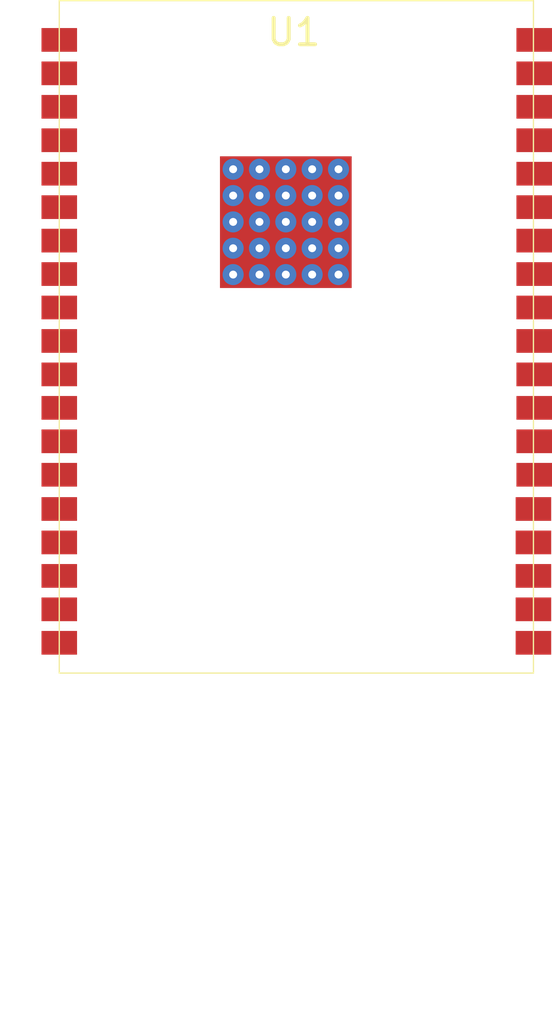
<source format=kicad_pcb>
(kicad_pcb (version 4) (host pcbnew 4.0.7-e2-6376~60~ubuntu17.10.1)

  (general
    (links 27)
    (no_connects 2)
    (area 0 0 0 0)
    (thickness 1.6)
    (drawings 0)
    (tracks 0)
    (zones 0)
    (modules 1)
    (nets 38)
  )

  (page A4)
  (layers
    (0 F.Cu signal)
    (31 B.Cu signal)
    (32 B.Adhes user)
    (33 F.Adhes user)
    (34 B.Paste user)
    (35 F.Paste user)
    (36 B.SilkS user)
    (37 F.SilkS user)
    (38 B.Mask user)
    (39 F.Mask user)
    (40 Dwgs.User user)
    (41 Cmts.User user)
    (42 Eco1.User user)
    (43 Eco2.User user)
    (44 Edge.Cuts user)
    (45 Margin user)
    (46 B.CrtYd user)
    (47 F.CrtYd user)
    (48 B.Fab user)
    (49 F.Fab user)
  )

  (setup
    (last_trace_width 0.25)
    (trace_clearance 0.2)
    (zone_clearance 0.508)
    (zone_45_only no)
    (trace_min 0.2)
    (segment_width 0.2)
    (edge_width 0.1)
    (via_size 0.6)
    (via_drill 0.4)
    (via_min_size 0.4)
    (via_min_drill 0.3)
    (uvia_size 0.3)
    (uvia_drill 0.1)
    (uvias_allowed no)
    (uvia_min_size 0.2)
    (uvia_min_drill 0.1)
    (pcb_text_width 0.3)
    (pcb_text_size 1.5 1.5)
    (mod_edge_width 0.15)
    (mod_text_size 1 1)
    (mod_text_width 0.15)
    (pad_size 1.5 1.5)
    (pad_drill 0.6)
    (pad_to_mask_clearance 0)
    (aux_axis_origin 0 0)
    (visible_elements FFFFFF7F)
    (pcbplotparams
      (layerselection 0x00030_80000001)
      (usegerberextensions false)
      (excludeedgelayer true)
      (linewidth 0.100000)
      (plotframeref false)
      (viasonmask false)
      (mode 1)
      (useauxorigin false)
      (hpglpennumber 1)
      (hpglpenspeed 20)
      (hpglpendiameter 15)
      (hpglpenoverlay 2)
      (psnegative false)
      (psa4output false)
      (plotreference true)
      (plotvalue true)
      (plotinvisibletext false)
      (padsonsilk false)
      (subtractmaskfromsilk false)
      (outputformat 1)
      (mirror false)
      (drillshape 1)
      (scaleselection 1)
      (outputdirectory ""))
  )

  (net 0 "")
  (net 1 "Net-(U1-Pad1)")
  (net 2 "Net-(U1-Pad37)")
  (net 3 "Net-(U1-Pad36)")
  (net 4 "Net-(U1-Pad35)")
  (net 5 "Net-(U1-Pad34)")
  (net 6 "Net-(U1-Pad33)")
  (net 7 "Net-(U1-Pad32)")
  (net 8 "Net-(U1-Pad31)")
  (net 9 "Net-(U1-Pad30)")
  (net 10 "Net-(U1-Pad29)")
  (net 11 "Net-(U1-Pad28)")
  (net 12 "Net-(U1-Pad27)")
  (net 13 "Net-(U1-Pad26)")
  (net 14 "Net-(U1-Pad25)")
  (net 15 "Net-(U1-Pad24)")
  (net 16 "Net-(U1-Pad23)")
  (net 17 "Net-(U1-Pad22)")
  (net 18 "Net-(U1-Pad21)")
  (net 19 "Net-(U1-Pad20)")
  (net 20 "Net-(U1-Pad19)")
  (net 21 "Net-(U1-Pad18)")
  (net 22 "Net-(U1-Pad17)")
  (net 23 "Net-(U1-Pad16)")
  (net 24 GND)
  (net 25 "Net-(U1-Pad14)")
  (net 26 "Net-(U1-Pad13)")
  (net 27 "Net-(U1-Pad12)")
  (net 28 "Net-(U1-Pad11)")
  (net 29 "Net-(U1-Pad10)")
  (net 30 "Net-(U1-Pad9)")
  (net 31 "Net-(U1-Pad8)")
  (net 32 "Net-(U1-Pad7)")
  (net 33 "Net-(U1-Pad6)")
  (net 34 "Net-(U1-Pad5)")
  (net 35 "Net-(U1-Pad4)")
  (net 36 "Net-(U1-Pad3)")
  (net 37 "Net-(U1-Pad2)")

  (net_class Default "This is the default net class."
    (clearance 0.2)
    (trace_width 0.25)
    (via_dia 0.6)
    (via_drill 0.4)
    (uvia_dia 0.3)
    (uvia_drill 0.1)
    (add_net GND)
    (add_net "Net-(U1-Pad1)")
    (add_net "Net-(U1-Pad10)")
    (add_net "Net-(U1-Pad11)")
    (add_net "Net-(U1-Pad12)")
    (add_net "Net-(U1-Pad13)")
    (add_net "Net-(U1-Pad14)")
    (add_net "Net-(U1-Pad16)")
    (add_net "Net-(U1-Pad17)")
    (add_net "Net-(U1-Pad18)")
    (add_net "Net-(U1-Pad19)")
    (add_net "Net-(U1-Pad2)")
    (add_net "Net-(U1-Pad20)")
    (add_net "Net-(U1-Pad21)")
    (add_net "Net-(U1-Pad22)")
    (add_net "Net-(U1-Pad23)")
    (add_net "Net-(U1-Pad24)")
    (add_net "Net-(U1-Pad25)")
    (add_net "Net-(U1-Pad26)")
    (add_net "Net-(U1-Pad27)")
    (add_net "Net-(U1-Pad28)")
    (add_net "Net-(U1-Pad29)")
    (add_net "Net-(U1-Pad3)")
    (add_net "Net-(U1-Pad30)")
    (add_net "Net-(U1-Pad31)")
    (add_net "Net-(U1-Pad32)")
    (add_net "Net-(U1-Pad33)")
    (add_net "Net-(U1-Pad34)")
    (add_net "Net-(U1-Pad35)")
    (add_net "Net-(U1-Pad36)")
    (add_net "Net-(U1-Pad37)")
    (add_net "Net-(U1-Pad4)")
    (add_net "Net-(U1-Pad5)")
    (add_net "Net-(U1-Pad6)")
    (add_net "Net-(U1-Pad7)")
    (add_net "Net-(U1-Pad8)")
    (add_net "Net-(U1-Pad9)")
  )

  (module esp_wrover:ESP32-WROVER-short (layer F.Cu) (tedit 5A4F5D4C) (tstamp 5B2ADC40)
    (at 126.365 106.68)
    (path /5A4F47A3)
    (attr smd)
    (fp_text reference U1 (at 10.9 -37.38) (layer F.SilkS)
      (effects (font (size 1 1) (thickness 0.15)))
    )
    (fp_text value ESP32-WROVER (at 11.1 -35.08) (layer F.Fab) hide
      (effects (font (size 1 1) (thickness 0.15)))
    )
    (fp_line (start 2 -13.05) (end 2 -38.58) (layer F.SilkS) (width 0.05))
    (fp_line (start 2 -38.58) (end 20 -38.58) (layer F.SilkS) (width 0.05))
    (fp_line (start 20 -38.58) (end 20 -13.05) (layer F.SilkS) (width 0.05))
    (fp_line (start 20 -13.05) (end 2 -13.05) (layer F.SilkS) (width 0.05))
    (pad 39 thru_hole circle (at 12.6 -32.18) (size 0.8 0.8) (drill 0.3) (layers *.Cu *.Mask)
      (net 1 "Net-(U1-Pad1)"))
    (pad 39 thru_hole circle (at 12.6 -31.18) (size 0.8 0.8) (drill 0.3) (layers *.Cu *.Mask)
      (net 1 "Net-(U1-Pad1)"))
    (pad 39 thru_hole circle (at 12.6 -30.18) (size 0.8 0.8) (drill 0.3) (layers *.Cu *.Mask)
      (net 1 "Net-(U1-Pad1)"))
    (pad 39 thru_hole circle (at 12.6 -29.18) (size 0.8 0.8) (drill 0.3) (layers *.Cu *.Mask)
      (net 1 "Net-(U1-Pad1)"))
    (pad 39 thru_hole circle (at 12.6 -28.18) (size 0.8 0.8) (drill 0.3) (layers *.Cu *.Mask)
      (net 1 "Net-(U1-Pad1)"))
    (pad 39 thru_hole circle (at 10.6 -32.18) (size 0.8 0.8) (drill 0.3) (layers *.Cu *.Mask)
      (net 1 "Net-(U1-Pad1)"))
    (pad 39 thru_hole circle (at 10.6 -31.18) (size 0.8 0.8) (drill 0.3) (layers *.Cu *.Mask)
      (net 1 "Net-(U1-Pad1)"))
    (pad 39 thru_hole circle (at 10.6 -30.18) (size 0.8 0.8) (drill 0.3) (layers *.Cu *.Mask)
      (net 1 "Net-(U1-Pad1)"))
    (pad 39 thru_hole circle (at 10.6 -29.18) (size 0.8 0.8) (drill 0.3) (layers *.Cu *.Mask)
      (net 1 "Net-(U1-Pad1)"))
    (pad 39 thru_hole circle (at 10.6 -28.18) (size 0.8 0.8) (drill 0.3) (layers *.Cu *.Mask)
      (net 1 "Net-(U1-Pad1)"))
    (pad 39 thru_hole circle (at 11.6 -28.18) (size 0.8 0.8) (drill 0.3) (layers *.Cu *.Mask)
      (net 1 "Net-(U1-Pad1)"))
    (pad 39 thru_hole circle (at 11.6 -29.18) (size 0.8 0.8) (drill 0.3) (layers *.Cu *.Mask)
      (net 1 "Net-(U1-Pad1)"))
    (pad 39 thru_hole circle (at 11.6 -30.18) (size 0.8 0.8) (drill 0.3) (layers *.Cu *.Mask)
      (net 1 "Net-(U1-Pad1)"))
    (pad 39 thru_hole circle (at 11.6 -31.18) (size 0.8 0.8) (drill 0.3) (layers *.Cu *.Mask)
      (net 1 "Net-(U1-Pad1)"))
    (pad 39 thru_hole circle (at 11.6 -32.18) (size 0.8 0.8) (drill 0.3) (layers *.Cu *.Mask)
      (net 1 "Net-(U1-Pad1)"))
    (pad 39 thru_hole circle (at 9.6 -32.18) (size 0.8 0.8) (drill 0.3) (layers *.Cu *.Mask)
      (net 1 "Net-(U1-Pad1)"))
    (pad 39 thru_hole circle (at 9.6 -31.18) (size 0.8 0.8) (drill 0.3) (layers *.Cu *.Mask)
      (net 1 "Net-(U1-Pad1)"))
    (pad 39 thru_hole circle (at 9.6 -30.18) (size 0.8 0.8) (drill 0.3) (layers *.Cu *.Mask)
      (net 1 "Net-(U1-Pad1)"))
    (pad 39 thru_hole circle (at 9.6 -29.18) (size 0.8 0.8) (drill 0.3) (layers *.Cu *.Mask)
      (net 1 "Net-(U1-Pad1)"))
    (pad 39 thru_hole circle (at 9.6 -28.18) (size 0.8 0.8) (drill 0.3) (layers *.Cu *.Mask)
      (net 1 "Net-(U1-Pad1)"))
    (pad 39 thru_hole circle (at 8.6 -28.18) (size 0.8 0.8) (drill 0.3) (layers *.Cu *.Mask)
      (net 1 "Net-(U1-Pad1)"))
    (pad 39 thru_hole circle (at 8.6 -29.18) (size 0.8 0.8) (drill 0.3) (layers *.Cu *.Mask)
      (net 1 "Net-(U1-Pad1)"))
    (pad 39 thru_hole circle (at 8.6 -30.18) (size 0.8 0.8) (drill 0.3) (layers *.Cu *.Mask)
      (net 1 "Net-(U1-Pad1)"))
    (pad 39 thru_hole circle (at 8.6 -31.18) (size 0.8 0.8) (drill 0.3) (layers *.Cu *.Mask)
      (net 1 "Net-(U1-Pad1)"))
    (pad 38 smd rect (at 20.03 -37.09) (size 1.35 0.9) (layers F.Cu F.Paste F.Mask)
      (net 1 "Net-(U1-Pad1)"))
    (pad 37 smd rect (at 20.03 -35.82) (size 1.35 0.9) (layers F.Cu F.Paste F.Mask)
      (net 2 "Net-(U1-Pad37)"))
    (pad 36 smd rect (at 20.03 -34.55) (size 1.35 0.9) (layers F.Cu F.Paste F.Mask)
      (net 3 "Net-(U1-Pad36)"))
    (pad 35 smd rect (at 20.03 -33.28) (size 1.35 0.9) (layers F.Cu F.Paste F.Mask)
      (net 4 "Net-(U1-Pad35)"))
    (pad 34 smd rect (at 20.03 -32.01) (size 1.35 0.9) (layers F.Cu F.Paste F.Mask)
      (net 5 "Net-(U1-Pad34)"))
    (pad 33 smd rect (at 20.03 -30.74) (size 1.35 0.9) (layers F.Cu F.Paste F.Mask)
      (net 6 "Net-(U1-Pad33)"))
    (pad 32 smd rect (at 20.03 -29.47) (size 1.35 0.9) (layers F.Cu F.Paste F.Mask)
      (net 7 "Net-(U1-Pad32)"))
    (pad 31 smd rect (at 20.03 -28.2) (size 1.35 0.9) (layers F.Cu F.Paste F.Mask)
      (net 8 "Net-(U1-Pad31)"))
    (pad 30 smd rect (at 20.03 -26.93) (size 1.35 0.9) (layers F.Cu F.Paste F.Mask)
      (net 9 "Net-(U1-Pad30)"))
    (pad 29 smd rect (at 20.03 -25.66) (size 1.35 0.9) (layers F.Cu F.Paste F.Mask)
      (net 10 "Net-(U1-Pad29)"))
    (pad 28 smd rect (at 20.03 -24.39) (size 1.35 0.9) (layers F.Cu F.Paste F.Mask)
      (net 11 "Net-(U1-Pad28)"))
    (pad 27 smd rect (at 20.03 -23.12) (size 1.35 0.9) (layers F.Cu F.Paste F.Mask)
      (net 12 "Net-(U1-Pad27)"))
    (pad 26 smd rect (at 20.03 -21.85) (size 1.35 0.9) (layers F.Cu F.Paste F.Mask)
      (net 13 "Net-(U1-Pad26)"))
    (pad 25 smd rect (at 20.03 -20.58) (size 1.35 0.9) (layers F.Cu F.Paste F.Mask)
      (net 14 "Net-(U1-Pad25)"))
    (pad 24 smd rect (at 20 -19.28 90) (size 0.9 1.35) (layers F.Cu F.Paste F.Mask)
      (net 15 "Net-(U1-Pad24)"))
    (pad 23 smd rect (at 20 -18.01 90) (size 0.9 1.35) (layers F.Cu F.Paste F.Mask)
      (net 16 "Net-(U1-Pad23)"))
    (pad 22 smd rect (at 20 -16.74 90) (size 0.9 1.35) (layers F.Cu F.Paste F.Mask)
      (net 17 "Net-(U1-Pad22)"))
    (pad 21 smd rect (at 20 -15.47 90) (size 0.9 1.35) (layers F.Cu F.Paste F.Mask)
      (net 18 "Net-(U1-Pad21)"))
    (pad 20 smd rect (at 20 -14.2 90) (size 0.9 1.35) (layers F.Cu F.Paste F.Mask)
      (net 19 "Net-(U1-Pad20)"))
    (pad 19 smd rect (at 2 -14.2 90) (size 0.9 1.35) (layers F.Cu F.Paste F.Mask)
      (net 20 "Net-(U1-Pad19)"))
    (pad 18 smd rect (at 2 -15.47 90) (size 0.9 1.35) (layers F.Cu F.Paste F.Mask)
      (net 21 "Net-(U1-Pad18)"))
    (pad 17 smd rect (at 2 -16.74 90) (size 0.9 1.35) (layers F.Cu F.Paste F.Mask)
      (net 22 "Net-(U1-Pad17)"))
    (pad 16 smd rect (at 2 -18.01 90) (size 0.9 1.35) (layers F.Cu F.Paste F.Mask)
      (net 23 "Net-(U1-Pad16)"))
    (pad 15 smd rect (at 2 -19.28 90) (size 0.9 1.35) (layers F.Cu F.Paste F.Mask)
      (net 24 GND))
    (pad 14 smd rect (at 2 -20.58) (size 1.35 0.9) (layers F.Cu F.Paste F.Mask)
      (net 25 "Net-(U1-Pad14)"))
    (pad 13 smd rect (at 2 -21.85) (size 1.35 0.9) (layers F.Cu F.Paste F.Mask)
      (net 26 "Net-(U1-Pad13)"))
    (pad 12 smd rect (at 2 -23.12) (size 1.35 0.9) (layers F.Cu F.Paste F.Mask)
      (net 27 "Net-(U1-Pad12)"))
    (pad 11 smd rect (at 2 -24.39) (size 1.35 0.9) (layers F.Cu F.Paste F.Mask)
      (net 28 "Net-(U1-Pad11)"))
    (pad 10 smd rect (at 2 -25.66) (size 1.35 0.9) (layers F.Cu F.Paste F.Mask)
      (net 29 "Net-(U1-Pad10)"))
    (pad 9 smd rect (at 2 -26.93) (size 1.35 0.9) (layers F.Cu F.Paste F.Mask)
      (net 30 "Net-(U1-Pad9)"))
    (pad 8 smd rect (at 2 -28.2) (size 1.35 0.9) (layers F.Cu F.Paste F.Mask)
      (net 31 "Net-(U1-Pad8)"))
    (pad 7 smd rect (at 2 -29.47) (size 1.35 0.9) (layers F.Cu F.Paste F.Mask)
      (net 32 "Net-(U1-Pad7)"))
    (pad 6 smd rect (at 2 -30.74) (size 1.35 0.9) (layers F.Cu F.Paste F.Mask)
      (net 33 "Net-(U1-Pad6)"))
    (pad 5 smd rect (at 2 -32.01) (size 1.35 0.9) (layers F.Cu F.Paste F.Mask)
      (net 34 "Net-(U1-Pad5)"))
    (pad 4 smd rect (at 2 -33.28) (size 1.35 0.9) (layers F.Cu F.Paste F.Mask)
      (net 35 "Net-(U1-Pad4)"))
    (pad 3 smd rect (at 2 -34.55) (size 1.35 0.9) (layers F.Cu F.Paste F.Mask)
      (net 36 "Net-(U1-Pad3)"))
    (pad 2 smd rect (at 2 -35.82) (size 1.35 0.9) (layers F.Cu F.Paste F.Mask)
      (net 37 "Net-(U1-Pad2)"))
    (pad 1 smd rect (at 2 -37.09) (size 1.35 0.9) (layers F.Cu F.Paste F.Mask)
      (net 1 "Net-(U1-Pad1)"))
    (pad 39 smd rect (at 10.6 -30.17) (size 5 5) (layers F.Cu F.Paste F.Mask)
      (net 1 "Net-(U1-Pad1)"))
    (pad 39 thru_hole circle (at 8.6 -32.18) (size 0.8 0.8) (drill 0.3) (layers *.Cu *.Mask)
      (net 1 "Net-(U1-Pad1)"))
    (model ${KIWALTER3DMOD}/nrf51822-04_module.x3d
      (at (xyz 0.4330708661417323 1.181102362204725 0))
      (scale (xyz 2 2.8 1))
      (rotate (xyz 0 0 0))
    )
  )

)

</source>
